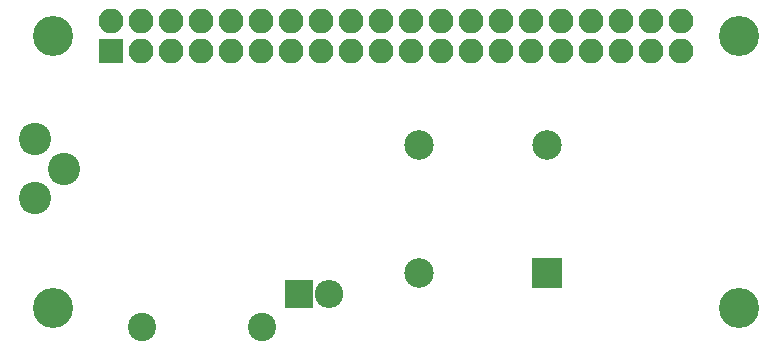
<source format=gbr>
G04 #@! TF.FileFunction,Soldermask,Bot*
%FSLAX46Y46*%
G04 Gerber Fmt 4.6, Leading zero omitted, Abs format (unit mm)*
G04 Created by KiCad (PCBNEW 4.0.6-e0-6349~53~ubuntu16.04.1) date Mon Mar 20 22:19:24 2017*
%MOMM*%
%LPD*%
G01*
G04 APERTURE LIST*
%ADD10C,0.100000*%
%ADD11R,2.100000X2.100000*%
%ADD12O,2.100000X2.100000*%
%ADD13C,2.500000*%
%ADD14R,2.500000X2.500000*%
%ADD15C,2.398980*%
%ADD16O,2.398980X2.398980*%
%ADD17R,2.398980X2.398980*%
%ADD18C,2.740000*%
%ADD19C,3.400000*%
G04 APERTURE END LIST*
D10*
D11*
X122618500Y-36068000D03*
D12*
X122618500Y-33528000D03*
X125158500Y-36068000D03*
X125158500Y-33528000D03*
X127698500Y-36068000D03*
X127698500Y-33528000D03*
X130238500Y-36068000D03*
X130238500Y-33528000D03*
X132778500Y-36068000D03*
X132778500Y-33528000D03*
X135318500Y-36068000D03*
X135318500Y-33528000D03*
X137858500Y-36068000D03*
X137858500Y-33528000D03*
X140398500Y-36068000D03*
X140398500Y-33528000D03*
X142938500Y-36068000D03*
X142938500Y-33528000D03*
X145478500Y-36068000D03*
X145478500Y-33528000D03*
X148018500Y-36068000D03*
X148018500Y-33528000D03*
X150558500Y-36068000D03*
X150558500Y-33528000D03*
X153098500Y-36068000D03*
X153098500Y-33528000D03*
X155638500Y-36068000D03*
X155638500Y-33528000D03*
X158178500Y-36068000D03*
X158178500Y-33528000D03*
X160718500Y-36068000D03*
X160718500Y-33528000D03*
X163258500Y-36068000D03*
X163258500Y-33528000D03*
X165798500Y-36068000D03*
X165798500Y-33528000D03*
X168338500Y-36068000D03*
X168338500Y-33528000D03*
X170878500Y-36068000D03*
X170878500Y-33528000D03*
D13*
X148717000Y-44069000D03*
X148717000Y-54869000D03*
D14*
X159517000Y-54869000D03*
D13*
X159517000Y-44069000D03*
D15*
X135366760Y-59436000D03*
X125206760Y-59436000D03*
D16*
X141033500Y-56642000D03*
D17*
X138493500Y-56642000D03*
D18*
X116141500Y-48561000D03*
X118641500Y-46061000D03*
X116141500Y-43561000D03*
D19*
X117729000Y-34798000D03*
X175768000Y-34798000D03*
X117729000Y-57848500D03*
X175768000Y-57848500D03*
M02*

</source>
